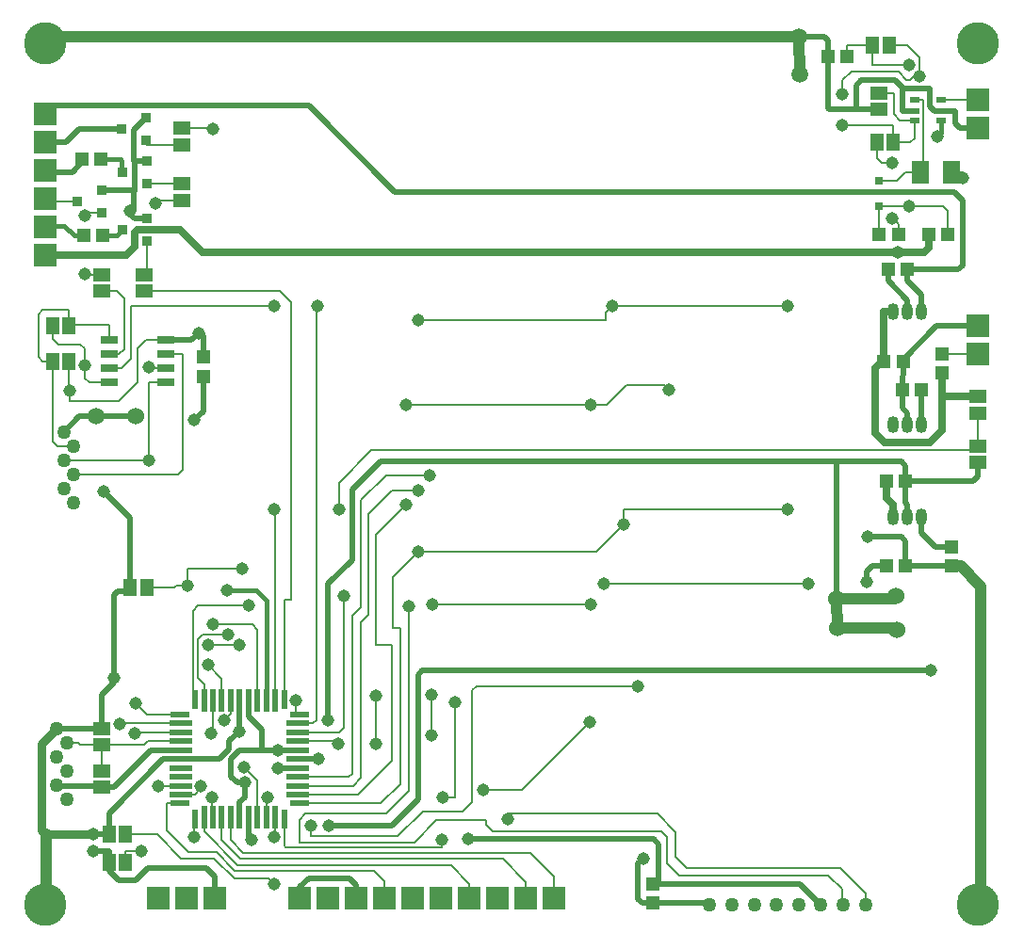
<source format=gbr>
G04 DipTrace 1.50*
%INTop.gbr*%
%MOIN*%
%ADD10C,0.01*%
%ADD11C,0.005*%
%ADD12C,0.003*%
%ADD13C,0.008*%
%ADD14C,0.016*%
%ADD15C,0.02*%
%ADD16C,0.039*%
%ADD17C,0.03*%
%ADD18C,0.0197*%
%ADD19C,0.04*%
%ADD20C,0.0394*%
%ADD21C,0.025*%
%ADD22C,0.015*%
%ADD23R,0.06X0.045*%
%ADD24R,0.045X0.05*%
%ADD25R,0.05X0.045*%
%ADD26R,0.045X0.06*%
%ADD27R,0.03X0.025*%
%ADD28C,0.05*%
%ADD29R,0.08X0.08*%
%ADD30R,0.025X0.025*%
%ADD31R,0.0591X0.0787*%
%ADD32R,0.045X0.065*%
%ADD33C,0.06*%
%ADD34C,0.0591*%
%ADD35C,0.15*%
%ADD36R,0.032X0.032*%
%ADD37R,0.0413X0.0591*%
%ADD38R,0.0689X0.0197*%
%ADD39R,0.0787X0.0197*%
%ADD40R,0.0197X0.0689*%
%ADD41R,0.0197X0.0787*%
%ADD42O,0.04X0.06*%
%ADD43C,0.05*%
%ADD44R,0.06X0.03*%
%ADD45R,0.0335X0.0197*%
%ADD46C,0.045*%
%ADD47C,0.035*%
%ADD48C,0.0354*%
%ADD49C,0.115*%
%ADD50C,0.055*%
%ADD51R,0.0435X0.0297*%
%ADD52R,0.0235X0.0097*%
%ADD53R,0.07X0.04*%
%ADD54R,0.05X0.02*%
%ADD55C,0.06*%
%ADD56C,0.04*%
%ADD57O,0.05X0.07*%
%ADD58O,0.03X0.05*%
%ADD59R,0.0297X0.0887*%
%ADD60R,0.0097X0.0687*%
%ADD61R,0.0297X0.0789*%
%ADD62R,0.0097X0.0589*%
%ADD63R,0.0887X0.0297*%
%ADD64R,0.0687X0.0097*%
%ADD65R,0.0789X0.0297*%
%ADD66R,0.0589X0.0097*%
%ADD67R,0.0513X0.0691*%
%ADD68R,0.0313X0.0491*%
%ADD69R,0.042X0.042*%
%ADD70R,0.022X0.022*%
%ADD71C,0.16*%
%ADD72C,0.14*%
%ADD73C,0.0691*%
%ADD74C,0.0491*%
%ADD75C,0.07*%
%ADD76R,0.055X0.075*%
%ADD77R,0.035X0.055*%
%ADD78R,0.0691X0.0887*%
%ADD79R,0.0491X0.0687*%
%ADD80R,0.035X0.035*%
%ADD81R,0.015X0.015*%
%ADD82R,0.09X0.09*%
%ADD83R,0.07X0.07*%
%ADD84R,0.04X0.035*%
%ADD85R,0.02X0.015*%
%ADD86R,0.055X0.07*%
%ADD87R,0.035X0.05*%
%ADD88R,0.06X0.055*%
%ADD89R,0.055X0.06*%
%ADD90R,0.035X0.04*%
%ADD91R,0.07X0.055*%
%ADD92R,0.05X0.035*%
%ADD93C,0.012*%
%ADD94C,0.0066*%
%ADD95C,0.0087*%
%FSLAX44Y44*%
%SFA1B1*%
%OFA0B0*%
G04*
G70*
G90*
G75*
G01*
%LNTop*%
%LPD*%
X7000Y9750D2*
D13*
Y10668D1*
X6222D1*
X6140Y10750D1*
X5750D1*
X7000Y10668D2*
X8488D1*
X8625Y10805D1*
X9799D1*
X12441Y16140D2*
D14*
X12811Y15770D1*
Y12242D1*
X36541Y32221D2*
X36675Y32355D1*
Y32791D1*
X11420Y16140D2*
X12441D1*
X12811Y15770D1*
X38000Y22418D2*
D13*
Y21250D1*
Y21100D1*
X16520D1*
X15380Y19960D1*
Y19020D1*
X13080D2*
X13126Y18975D1*
Y12242D1*
X14380Y7820D2*
Y7440D1*
X17460D1*
X18340Y8320D1*
X19760D1*
X20080Y8640D1*
Y12600D1*
X20240Y12760D1*
X25941D1*
X13080Y5740D2*
X12880Y5940D1*
X11680D1*
X10960Y6660D1*
X9780D1*
X8940Y7500D1*
X7832D1*
X13080Y7400D2*
X13126Y7446D1*
Y8108D1*
X19500Y12180D2*
Y8820D1*
X19060D1*
X8380Y6920D2*
X7832D1*
Y6500D1*
X12860Y8820D2*
X12811Y8771D1*
Y8108D1*
X11940Y16920D2*
X10020D1*
Y16320D1*
X12020Y9880D2*
X12496Y9404D1*
Y8108D1*
X11840Y14200D2*
X10740D1*
X10020Y16320D2*
X9620D1*
X9550Y16250D1*
X8582D1*
X10240Y7400D2*
Y7810D1*
X10291Y7861D1*
Y8059D1*
X21360Y8040D2*
Y8240D1*
X26641D1*
X27301Y7580D1*
Y6700D1*
X27681Y6320D1*
X33121D1*
X34012Y5429D1*
Y5000D1*
X20000Y5250D2*
Y5760D1*
X19340Y6420D1*
X11800D1*
X10606Y7614D1*
Y8108D1*
X10880Y8820D2*
Y8400D1*
X10921Y8359D1*
Y8108D1*
X22000Y5250D2*
Y5821D1*
X21180Y6640D1*
X11900D1*
X11236Y7304D1*
Y8108D1*
X23000Y5250D2*
Y6021D1*
X22160Y6860D1*
X12000D1*
X11551Y7309D1*
Y8108D1*
X19020Y7320D2*
Y7060D1*
X13500D1*
X13441Y7119D1*
Y8059D1*
X17860Y15580D2*
Y9050D1*
X17050Y8240D1*
X14190D1*
X13980Y8030D1*
Y7260D1*
X13990Y7230D1*
X18050D1*
X18820Y8000D1*
X20600D1*
Y7840D1*
X20810Y7630D1*
X26771D1*
X27001Y7400D1*
Y6470D1*
X27431Y6040D1*
X32701D1*
X33171Y5570D1*
Y5054D1*
X33224Y5000D1*
X12180Y15600D2*
X10400D1*
X10220Y15420D1*
Y12291D1*
X10291D1*
X18660Y12440D2*
Y11020D1*
X11460Y14580D2*
X10540D1*
X10380Y14420D1*
Y13040D1*
X10606Y12814D1*
Y12242D1*
X15000Y11540D2*
D15*
Y16380D1*
X15840Y17220D1*
Y19700D1*
X16860Y20720D1*
X32971D1*
X33001Y20700D1*
Y15840D1*
X7060Y19640D2*
X8000Y18701D1*
Y16250D1*
X31660Y35760D2*
D16*
X31680Y34420D1*
X33000Y15840D2*
X35000D1*
X35100Y15940D1*
X10270Y22180D2*
D15*
X10580Y22490D1*
Y23720D1*
X5650Y21750D2*
X6200Y22300D1*
X6800D1*
X7250Y23500D2*
D13*
X6541D1*
X6380Y23661D1*
Y24121D1*
X11866Y12242D2*
D15*
Y11186D1*
X11840Y11160D1*
X34081Y18040D2*
X35271D1*
X35430Y17881D1*
Y17000D1*
X7000Y30300D2*
X8120D1*
Y29581D1*
X8000D1*
X38000Y25500D2*
X36520D1*
X35340Y24320D1*
Y24260D1*
X16860Y20720D2*
X35271D1*
X35430Y20561D1*
Y20000D1*
X19960Y7340D2*
X26521D1*
X26701Y7160D1*
Y5750D1*
X26500D1*
X11000Y5250D2*
Y6000D1*
X10700Y6300D1*
X8620D1*
X8200Y5880D1*
X7580D1*
X7250Y6210D1*
Y6500D1*
X14640Y10180D2*
X13933Y10175D1*
X35500Y26000D2*
Y26421D1*
X34820Y27101D1*
Y27500D1*
X35430Y20000D2*
Y19251D1*
X35500Y19181D1*
Y18750D1*
X34500Y33168D2*
X33681D1*
Y34021D1*
X33861Y34201D1*
X35061D1*
X35361Y33901D1*
X35321D1*
Y33126D1*
X35750D1*
X33020Y14800D2*
D16*
X35060D1*
X35120Y14740D1*
X33000Y15840D2*
X33020Y14800D1*
X8000Y16250D2*
D15*
X7880Y16130D1*
X7570D1*
X7430Y15990D1*
Y13040D1*
X38000Y32500D2*
X37362D1*
X37181Y32681D1*
Y33121D1*
X36441D1*
X36281Y33281D1*
Y33901D1*
X35361D1*
X32680Y35040D2*
Y33232D1*
X32743Y33168D1*
X34500D1*
X31660Y35760D2*
X32552D1*
X32680Y35632D1*
Y35040D1*
X5000Y35500D2*
D16*
X5260Y35760D1*
X31660D1*
X6800Y22300D2*
D15*
X8180D1*
X8200Y22320D1*
X6380Y24121D2*
D13*
Y24701D1*
X6220Y24861D1*
X5440D1*
X5250Y25051D1*
Y25500D1*
X7430Y13040D2*
D15*
Y15990D1*
X7000Y11250D2*
Y12460D1*
X7430Y12890D1*
Y13040D1*
X5400Y11250D2*
X7000D1*
X6700Y7500D2*
D17*
X5020D1*
X4860Y7660D1*
Y10710D1*
X5400Y11250D1*
X7250Y7500D2*
D15*
X6700D1*
X9799Y10175D2*
X9165D1*
X7250Y8260D1*
Y7500D1*
X11840Y11160D2*
X11480Y10800D1*
Y10500D1*
X11155Y10175D1*
X9799D1*
X12280Y7320D2*
X12181Y7419D1*
Y8108D1*
X35430Y17000D2*
X37060D1*
X8000Y29581D2*
Y29461D1*
X8141Y29320D1*
X8580D1*
X35320Y23250D2*
Y22601D1*
X35500Y22421D1*
Y22000D1*
X35340Y24260D2*
X35320Y23250D1*
X35430Y20000D2*
X37820D1*
X38000Y20180D1*
Y20668D1*
X26500Y5750D2*
X31687D1*
X32437Y5000D1*
X7250Y6500D2*
Y6920D1*
X6700D1*
X14000Y5250D2*
Y5640D1*
X14320Y5960D1*
X15740D1*
X16000Y5700D1*
Y5250D1*
X5000Y5000D2*
D19*
X5020D1*
Y7500D1*
X37060Y17000D2*
D20*
X37394D1*
X38103Y16292D1*
Y5103D1*
X38000Y5000D1*
X8585Y31335D2*
D18*
X8160D1*
Y30294D1*
X8120Y30254D1*
Y29581D1*
X8560Y32880D2*
D15*
X8120Y32440D1*
Y31335D1*
X8585D1*
X7000Y26750D2*
D13*
X7521D1*
X7780Y26491D1*
Y24681D1*
X7600Y24500D1*
X7250D1*
X7620Y11420D2*
X7635Y11435D1*
X9799D1*
X8200Y12140D2*
X8590Y11750D1*
X9750D1*
X38000Y33500D2*
X36675D1*
X37461Y30761D2*
Y30960D1*
X37042D1*
X36720Y24520D2*
X37980D1*
X38000Y24500D1*
X6340Y28720D2*
D14*
X6011D1*
X5670Y29061D1*
X5061D1*
X5000Y29000D1*
X10500Y9200D2*
D13*
Y9140D1*
X10275Y8915D1*
X9799D1*
X8500Y27332D2*
X8580D1*
Y28520D1*
X5000Y30000D2*
X5100Y29900D1*
X6130D1*
X6380Y27341D2*
X6389Y27332D1*
X7000D1*
X6380Y29421D2*
X6459Y29500D1*
X7000D1*
X9000Y9220D2*
X9010Y9230D1*
X9799D1*
X5000Y31000D2*
D15*
X5060Y30931D1*
X5000Y31000D1*
X5039Y30961D1*
X5940D1*
X6379Y31400D1*
X6280D1*
X5000Y31000D2*
X5060Y30931D1*
X5000Y31000D1*
X10920Y14940D2*
D13*
X12320D1*
X12496Y14764D1*
Y12242D1*
X10920Y32481D2*
X10901Y32500D1*
X9820D1*
Y30542D2*
X8585Y30535D1*
X9820Y31918D2*
X8600D1*
Y32120D1*
X8560Y32080D1*
X7690Y32480D2*
D15*
X6189D1*
X5709Y32000D1*
X5000D1*
X35750Y33500D2*
D13*
X36061D1*
Y30960D1*
X35940D1*
X35430D1*
X35120Y30650D1*
X34500D1*
X8500Y26750D2*
X13281D1*
X13680Y26351D1*
Y15810D1*
X13441D1*
Y12291D1*
X33360Y35040D2*
Y35460D1*
X34260D1*
X34500Y28750D2*
Y29750D1*
X34260Y35460D2*
Y34741D1*
X35541D1*
Y29761D2*
X36761D1*
X36930Y29592D1*
Y28750D1*
X34500Y29750D2*
X35530D1*
X35541Y29761D1*
X35921Y34361D2*
Y35019D1*
X35480Y35460D1*
X34842D1*
X35921Y34361D2*
X35721D1*
X35584Y34224D1*
X35457D1*
X35174Y34507D1*
X33506D1*
X33200Y34201D1*
Y33700D1*
X34500Y33750D2*
X35021D1*
Y33001D1*
X35230Y32791D1*
X35750D1*
X35000Y32000D2*
Y32620D1*
X33200D1*
X35750Y32791D2*
Y32160D1*
X35590Y32000D1*
X35000D1*
X34961Y29321D2*
X35180Y29102D1*
Y28750D1*
X34961Y31281D2*
X34581D1*
X34418Y31443D1*
Y32000D1*
X6960Y31400D2*
D14*
X7641D1*
X7700Y31341D1*
Y30950D1*
X7715Y30935D1*
X7020Y28720D2*
X7510D1*
X7710Y28920D1*
X18600Y20220D2*
D13*
X17040D1*
X16160Y19340D1*
Y15560D1*
X15840Y15240D1*
Y9660D1*
X15725Y9545D1*
X13933D1*
X31261Y26221D2*
X25061D1*
X18180Y19680D2*
X17240D1*
X16420Y18860D1*
Y15280D1*
X16160Y15020D1*
Y9500D1*
X15890Y9230D1*
X13933D1*
X25061Y26221D2*
X24821Y25981D1*
Y25701D1*
X18180D1*
X27061Y23241D2*
X26901Y23401D1*
X25561D1*
X24861Y22701D1*
X24301D1*
X17760Y19180D2*
X16700Y18120D1*
Y14210D1*
X17240D1*
Y10100D1*
X16056Y8915D1*
X13933D1*
X24301Y22701D2*
X17760D1*
X31261Y19020D2*
X25461D1*
Y18480D1*
X18180Y17520D2*
X17280Y16620D1*
Y14800D1*
X17540D1*
Y9280D1*
X16861Y8600D1*
X13982D1*
X25461Y18480D2*
X24501Y17520D1*
X18180D1*
X15540Y15940D2*
Y11280D1*
X15380Y11120D1*
X13933D1*
X18700Y15660D2*
X24301D1*
X24761Y16380D2*
X31981D1*
X16680Y10720D2*
Y12420D1*
X15360Y10720D2*
X15275Y10805D1*
X13933D1*
X17000Y5250D2*
Y5840D1*
X16620Y6220D1*
X11700D1*
X11040Y6880D1*
X10060D1*
X9280Y7660D1*
Y8600D1*
X9750D1*
X11320Y11540D2*
X11551Y11771D1*
Y12242D1*
X20500Y9080D2*
X21840D1*
X24241Y11480D1*
X10860Y11080D2*
X10921Y11019D1*
Y12242D1*
X7250Y25000D2*
Y25541D1*
X5832D1*
Y25500D1*
X5250Y24250D2*
Y21421D1*
X5421Y21250D1*
X6000D1*
X5832Y25500D2*
Y26081D1*
X4900D1*
X4740Y25921D1*
Y24411D1*
X4901Y24250D1*
X5250D1*
X8160Y11080D2*
X8200Y11120D1*
X9799D1*
X10740Y13500D2*
X11236Y13004D1*
Y12242D1*
X8640Y24041D2*
X8681Y24000D1*
X9250D1*
X8880Y29861D2*
X8979Y29960D1*
X9820D1*
X5650Y20750D2*
X8650D1*
X8660Y20760D1*
X13860Y12260D2*
Y11750D1*
X13982D1*
X8660Y20760D2*
Y23500D1*
X9250D1*
X6000Y20250D2*
X9680D1*
X9840Y20410D1*
Y24500D1*
X9250D1*
X36000Y22000D2*
D15*
Y23250D1*
X36321Y13300D2*
X18320D1*
X18180Y13160D1*
Y8740D1*
X17260Y7820D1*
X15020D1*
X13933Y10490D2*
X13220Y10480D1*
X5832Y24250D2*
D13*
Y23229D1*
X5840Y23221D1*
X13220Y9860D2*
D15*
X13933D1*
X11866Y8108D2*
Y8636D1*
X12060Y8830D1*
Y9340D1*
X13220Y10480D2*
X12650D1*
Y11200D1*
X12181Y11669D1*
Y12242D1*
X35500Y27500D2*
Y27101D1*
X36000Y26601D1*
Y26000D1*
X5000Y33000D2*
Y33301D1*
X14320D1*
X17360Y30261D1*
X37141D1*
X37441Y29961D1*
Y27661D1*
X37280Y27500D1*
X35500D1*
X10420Y25261D2*
X10580Y25151D1*
Y24400D1*
X10420Y25261D2*
X10450Y25281D1*
X10580Y25151D1*
X10420Y25261D1*
X10450Y25281D1*
X10420Y25261D1*
X9250Y25000D2*
X10160D1*
X10420Y25261D1*
X5840Y23221D2*
D13*
Y22861D1*
X7600D1*
X8240Y23501D1*
Y24701D1*
X8540Y25000D1*
X9250D1*
X7000Y9168D2*
D15*
X7408D1*
X8730Y10490D1*
X9799D1*
X5400Y9250D2*
X5439Y9210D1*
X7000D1*
Y9168D1*
X12060Y9340D2*
X11780D1*
X11560Y9560D1*
Y10180D1*
X11860Y10480D1*
X12650D1*
X26141Y6660D2*
X25961Y6480D1*
Y5230D1*
X26121Y5070D1*
X26500D1*
X34061Y16440D2*
Y16820D1*
X34240Y17000D1*
X34750D1*
X36000Y18750D2*
Y18181D1*
X36501Y17680D1*
X37060D1*
X26500Y5070D2*
X28430D1*
X28500Y5000D1*
X38000Y23000D2*
D21*
X36721D1*
Y21810D1*
X36291Y21380D1*
X34681D1*
X34341Y21720D1*
Y24021D1*
X34580Y24260D1*
X34660D1*
X36721Y23000D2*
Y23840D1*
X36250Y28750D2*
Y28290D1*
X36081Y28121D1*
X35161D1*
X35000Y18750D2*
Y19181D1*
X34750Y19431D1*
Y20000D1*
X34660Y24260D2*
Y26000D1*
X35000D1*
X35161Y28121D2*
X10560D1*
X9760Y28921D1*
X8260D1*
X8140Y28801D1*
Y28301D1*
X7839Y28000D1*
X5000D1*
X13080Y26221D2*
D13*
X8020D1*
Y24341D1*
X7680Y24000D1*
X7250D1*
X14620Y26221D2*
X14580D1*
Y11560D1*
X14455Y11435D1*
X13933D1*
D46*
X33200Y33700D3*
X10270Y22180D3*
X36541Y32221D3*
X11420Y16140D3*
X13080Y19020D3*
X15380D3*
X13080Y5740D3*
X14380Y7820D3*
X25941Y12760D3*
X13080Y7400D3*
X8380Y6920D3*
X19500Y12180D3*
X19060Y8820D3*
X12860D3*
X11840Y14200D3*
X10740D3*
X10020Y16320D3*
X12020Y9880D3*
X11940Y16920D3*
X10240Y7400D3*
X21360Y8040D3*
X10880Y8820D3*
X19020Y7320D3*
X12180Y15600D3*
X17860Y15580D3*
X11460Y14580D3*
X18660Y12440D3*
Y11020D3*
X19960Y7340D3*
X7060Y19640D3*
X8000Y29581D3*
X15000Y11540D3*
X14640Y10180D3*
X6700Y6920D3*
X12280Y7320D3*
X34081Y18040D3*
X11840Y11160D3*
X6700Y7500D3*
X7620Y11420D3*
X7430Y13040D3*
X8200Y12140D3*
X37461Y30761D3*
X6380Y24121D3*
X10500Y9200D3*
X6380Y29421D3*
Y27341D3*
X9000Y9220D3*
X10920Y32481D3*
Y14940D3*
X35541Y34741D3*
Y29761D3*
X34961Y31281D3*
Y29321D3*
X5840Y23221D3*
X18600Y20220D3*
X25061Y26221D3*
X31261D3*
X18180Y19680D3*
Y25701D3*
X17760Y19180D3*
X27061Y23241D3*
X24301Y22701D3*
X17760D3*
X25461Y18480D3*
X31261Y19020D3*
X18180Y17520D3*
X24761Y16380D3*
X18700Y15660D3*
X24301D3*
X15540Y15940D3*
X31981Y16380D3*
X15360Y10720D3*
X16680D3*
Y12420D3*
X11320Y11540D3*
X10860Y11080D3*
X20500Y9080D3*
X24241Y11480D3*
X8160Y11080D3*
X10740Y13500D3*
X8880Y29861D3*
X8640Y24041D3*
X13860Y12260D3*
X8660Y20760D3*
X36321Y13300D3*
X15020Y7820D3*
X13220Y10480D3*
X12060Y9340D3*
X13220Y9860D3*
X34061Y16440D3*
X26141Y6660D3*
X35161Y28121D3*
X14620Y26221D3*
X13080D3*
X35921Y34361D3*
X33200Y32620D3*
X10420Y25261D3*
D23*
X7000Y11250D3*
Y10668D3*
D24*
X33360Y35040D3*
X32680D3*
D25*
X26500Y5750D3*
Y5070D3*
X10580Y24400D3*
Y23720D3*
D24*
X34750Y17000D3*
X35430D3*
X34750Y20000D3*
X35430D3*
X35500Y27500D3*
X34820D3*
X34660Y24260D3*
X35340D3*
D25*
X37060Y17680D3*
Y17000D3*
D24*
X36000Y23250D3*
X35320D3*
D26*
X5250Y25500D3*
X5832D3*
D24*
X34500Y28750D3*
X35180D3*
D27*
X34500Y29750D3*
Y30650D3*
D24*
X36250Y28750D3*
X36930D3*
D25*
X36720Y23840D3*
Y24520D3*
D28*
X5750Y8750D3*
X5400Y9250D3*
X5750Y9750D3*
X5400Y10250D3*
X5750Y10750D3*
X5400Y11250D3*
D29*
X38000Y33500D3*
Y32500D3*
X9000Y5250D3*
X10000D3*
X11000D3*
X14000D3*
X15000D3*
X16000D3*
X17000D3*
X18000D3*
X19000D3*
X20000D3*
X21000D3*
X22000D3*
X23000D3*
X38000Y25500D3*
Y24500D3*
X5000Y33000D3*
Y32000D3*
Y31000D3*
Y30000D3*
Y29000D3*
Y28000D3*
D28*
X6000Y19250D3*
X5650Y19750D3*
X6000Y20250D3*
X5650Y20750D3*
X6000Y21250D3*
X5650Y21750D3*
D31*
X35940Y30960D3*
X37042D3*
D33*
X6800Y22300D3*
D34*
X31660Y35760D3*
D35*
X38000Y35500D3*
X5000Y5000D3*
D34*
X31680Y34420D3*
D33*
X8200Y22320D3*
X33000Y15840D3*
X33020Y14800D3*
X35100Y15940D3*
X35120Y14740D3*
D35*
X5000Y35500D3*
X38000Y5000D3*
D36*
X8585Y30535D3*
Y31335D3*
X7715Y30935D3*
X7000Y29500D3*
Y30300D3*
X6130Y29900D3*
X8580Y28520D3*
Y29320D3*
X7710Y28920D3*
X8560Y32080D3*
Y32880D3*
X7690Y32480D3*
D26*
X8000Y16250D3*
X8582D3*
X35000Y32000D3*
X34418D3*
X34260Y35460D3*
X34842D3*
D23*
X34500Y33750D3*
Y33168D3*
X38000Y21250D3*
Y20668D3*
Y23000D3*
Y22418D3*
D24*
X6960Y31400D3*
X6280D3*
X7020Y28720D3*
X6340D3*
D26*
X7250Y6500D3*
X7832D3*
X7250Y7500D3*
X7832D3*
D23*
X9820Y29960D3*
Y30542D3*
X7000Y26750D3*
Y27332D3*
X8500Y26750D3*
Y27332D3*
X7000Y9750D3*
Y9168D3*
X9820Y32500D3*
Y31918D3*
D26*
X5250Y24250D3*
X5832D3*
D38*
X9750Y11750D3*
D39*
X9799Y11435D3*
Y11120D3*
Y10805D3*
Y10490D3*
Y10175D3*
Y9860D3*
Y9545D3*
Y9230D3*
Y8915D3*
D38*
X9750Y8600D3*
D40*
X10291Y8059D3*
D41*
X10606Y8108D3*
X10921D3*
X11236D3*
X11551D3*
X11866D3*
X12181D3*
X12496D3*
X12811D3*
X13126D3*
D40*
X13441Y8059D3*
D38*
X13982Y8600D3*
D39*
X13933Y8915D3*
Y9230D3*
Y9545D3*
Y9860D3*
Y10175D3*
Y10490D3*
Y10805D3*
Y11120D3*
Y11435D3*
D38*
X13982Y11750D3*
D40*
X13441Y12291D3*
D41*
X13126Y12242D3*
X12811D3*
X12496D3*
X12181D3*
X11866D3*
X11551D3*
X11236D3*
X10921D3*
X10606D3*
D40*
X10291Y12291D3*
D42*
X35000Y18750D3*
X35500D3*
X36000D3*
X35000Y26000D3*
X35500D3*
X36000D3*
D43*
X28500Y5000D3*
X29287D3*
X30075D3*
X30862D3*
X31650D3*
X32437D3*
X33224D3*
X34012D3*
D42*
X35000Y22000D3*
X35500D3*
X36000D3*
D44*
X7250Y25000D3*
Y24500D3*
Y24000D3*
Y23500D3*
X9250Y25000D3*
Y24500D3*
Y24000D3*
Y23500D3*
D45*
X35750Y33500D3*
Y33126D3*
Y32791D3*
X36675D3*
Y33500D3*
M02*

</source>
